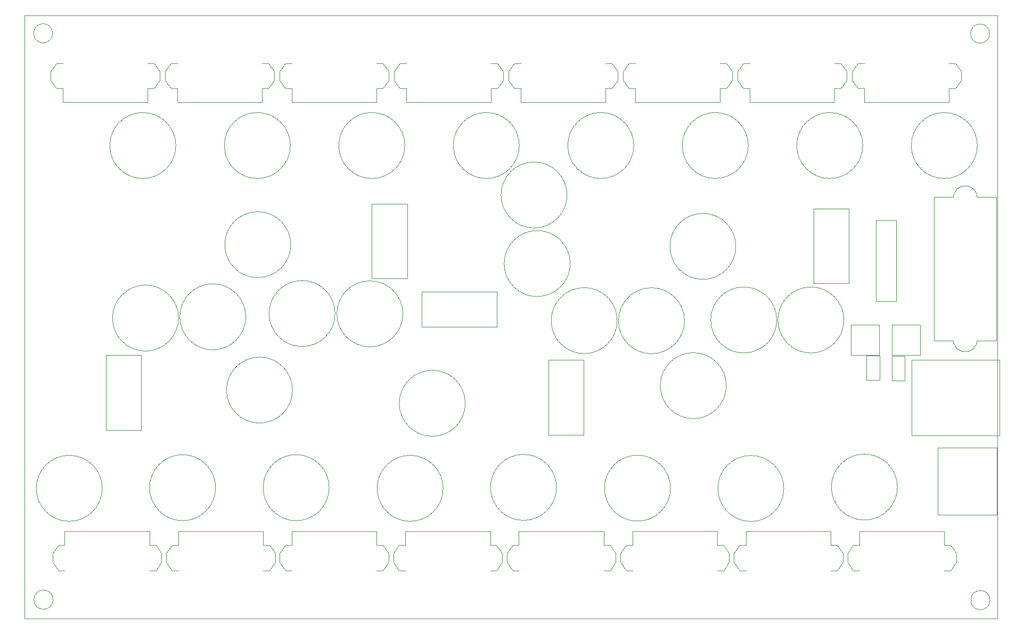
<source format=gbr>
%TF.GenerationSoftware,KiCad,Pcbnew,6.0.2+dfsg-1*%
%TF.CreationDate,2023-04-29T01:12:18-04:00*%
%TF.ProjectId,BFUSB_HUB,42465553-425f-4485-9542-2e6b69636164,rev?*%
%TF.SameCoordinates,Original*%
%TF.FileFunction,Other,User*%
%FSLAX46Y46*%
G04 Gerber Fmt 4.6, Leading zero omitted, Abs format (unit mm)*
G04 Created by KiCad (PCBNEW 6.0.2+dfsg-1) date 2023-04-29 01:12:18*
%MOMM*%
%LPD*%
G01*
G04 APERTURE LIST*
%TA.AperFunction,Profile*%
%ADD10C,0.100000*%
%TD*%
%ADD11C,0.050000*%
G04 APERTURE END LIST*
D10*
X71170000Y-15400000D02*
X225860000Y-15400000D01*
X225860000Y-15400000D02*
X225860000Y-111370000D01*
X225860000Y-111370000D02*
X71170000Y-111370000D01*
X71170000Y-111370000D02*
X71170000Y-15400000D01*
X224595691Y-18325000D02*
G75*
G03*
X224595691Y-18325000I-1520691J0D01*
G01*
X224648975Y-108425000D02*
G75*
G03*
X224648975Y-108425000I-1523975J0D01*
G01*
X75676843Y-108350000D02*
G75*
G03*
X75676843Y-108350000I-1526843J0D01*
G01*
X75620691Y-18275000D02*
G75*
G03*
X75620691Y-18275000I-1520691J0D01*
G01*
D11*
%TO.C,J17*%
X109077857Y-99675000D02*
X109077857Y-97475000D01*
X95577857Y-99675000D02*
X94577857Y-99675000D01*
X93677857Y-100975000D02*
X94577857Y-99675000D01*
X93677857Y-102425000D02*
X94577857Y-103725000D01*
X93677857Y-102425000D02*
X93677857Y-100975000D01*
X110977857Y-100975000D02*
X110977857Y-102425000D01*
X110977857Y-100975000D02*
X110077857Y-99675000D01*
X109077857Y-97475000D02*
X95577857Y-97475000D01*
X109077857Y-99675000D02*
X110077857Y-99675000D01*
X95577857Y-99675000D02*
X95577857Y-97475000D01*
X110977857Y-102425000D02*
X110077857Y-103725000D01*
X109077857Y-103725000D02*
X110077857Y-103725000D01*
X95577857Y-103725000D02*
X94577857Y-103725000D01*
%TO.C,C3*%
X157400000Y-44000000D02*
G75*
G03*
X157400000Y-44000000I-5250000J0D01*
G01*
%TO.C,C2*%
X157900000Y-54900000D02*
G75*
G03*
X157900000Y-54900000I-5250000J0D01*
G01*
%TO.C,C31*%
X83500000Y-90650000D02*
G75*
G03*
X83500000Y-90650000I-5250000J0D01*
G01*
%TO.C,Y5*%
X84100000Y-81375000D02*
X89700000Y-81375000D01*
X84100000Y-69475000D02*
X84100000Y-81375000D01*
X89700000Y-81375000D02*
X89700000Y-69475000D01*
X89700000Y-69475000D02*
X84100000Y-69475000D01*
%TO.C,C28*%
X137700000Y-90650000D02*
G75*
G03*
X137700000Y-90650000I-5250000J0D01*
G01*
%TO.C,D3*%
X213550000Y-64625000D02*
X209050000Y-64625000D01*
X209050000Y-64625000D02*
X209050000Y-69475000D01*
X213550000Y-69475000D02*
X213550000Y-64625000D01*
X209050000Y-69475000D02*
X213550000Y-69475000D01*
%TO.C,J10*%
X202750000Y-24325000D02*
X203650000Y-23025000D01*
X220050000Y-25775000D02*
X219150000Y-27075000D01*
X204650000Y-23025000D02*
X203650000Y-23025000D01*
X218150000Y-27075000D02*
X218150000Y-29275000D01*
X220050000Y-24325000D02*
X220050000Y-25775000D01*
X220050000Y-24325000D02*
X219150000Y-23025000D01*
X204650000Y-29275000D02*
X218150000Y-29275000D01*
X204650000Y-27075000D02*
X203650000Y-27075000D01*
X202750000Y-25775000D02*
X203650000Y-27075000D01*
X204650000Y-27075000D02*
X204650000Y-29275000D01*
X218150000Y-27075000D02*
X219150000Y-27075000D01*
X202750000Y-25775000D02*
X202750000Y-24325000D01*
X218150000Y-23025000D02*
X219150000Y-23025000D01*
%TO.C,C17*%
X113403571Y-36125000D02*
G75*
G03*
X113403571Y-36125000I-5250000J0D01*
G01*
%TO.C,Y2*%
X126375000Y-45400000D02*
X126375000Y-57300000D01*
X126375000Y-57300000D02*
X131975000Y-57300000D01*
X131975000Y-45400000D02*
X126375000Y-45400000D01*
X131975000Y-57300000D02*
X131975000Y-45400000D01*
%TO.C,R1*%
X207075000Y-69565000D02*
X204975000Y-69565000D01*
X207075000Y-73475000D02*
X207075000Y-69565000D01*
X204975000Y-69565000D02*
X204975000Y-73475000D01*
X204975000Y-73475000D02*
X207075000Y-73475000D01*
%TO.C,C7*%
X182725000Y-74325000D02*
G75*
G03*
X182725000Y-74325000I-5250000J0D01*
G01*
%TO.C,C19*%
X149810713Y-36125000D02*
G75*
G03*
X149810713Y-36125000I-5250000J0D01*
G01*
%TO.C,J1*%
X216310000Y-94825000D02*
X225730000Y-94825000D01*
X225730000Y-94825000D02*
X225730000Y-84185000D01*
X216310000Y-84185000D02*
X225730000Y-84185000D01*
X216310000Y-94825000D02*
X216310000Y-84185000D01*
%TO.C,C25*%
X191875000Y-90675000D02*
G75*
G03*
X191875000Y-90675000I-5250000J0D01*
G01*
%TO.C,Y3*%
X202175000Y-46145000D02*
X196575000Y-46145000D01*
X196575000Y-58045000D02*
X202175000Y-58045000D01*
X196575000Y-46145000D02*
X196575000Y-58045000D01*
X202175000Y-58045000D02*
X202175000Y-46145000D01*
%TO.C,J3*%
X92625000Y-25775000D02*
X91725000Y-27075000D01*
X90725000Y-27075000D02*
X90725000Y-29275000D01*
X75325000Y-24325000D02*
X76225000Y-23025000D01*
X77225000Y-29275000D02*
X90725000Y-29275000D01*
X90725000Y-23025000D02*
X91725000Y-23025000D01*
X75325000Y-25775000D02*
X75325000Y-24325000D01*
X75325000Y-25775000D02*
X76225000Y-27075000D01*
X77225000Y-27075000D02*
X77225000Y-29275000D01*
X90725000Y-27075000D02*
X91725000Y-27075000D01*
X92625000Y-24325000D02*
X92625000Y-25775000D01*
X92625000Y-24325000D02*
X91725000Y-23025000D01*
X77225000Y-23025000D02*
X76225000Y-23025000D01*
X77225000Y-27075000D02*
X76225000Y-27075000D01*
%TO.C,Y4*%
X160050000Y-82125000D02*
X160050000Y-70225000D01*
X160050000Y-70225000D02*
X154450000Y-70225000D01*
X154450000Y-70225000D02*
X154450000Y-82125000D01*
X154450000Y-82125000D02*
X160050000Y-82125000D01*
%TO.C,C22*%
X204421426Y-36125000D02*
G75*
G03*
X204421426Y-36125000I-5250000J0D01*
G01*
%TO.C,C27*%
X155725000Y-90500000D02*
G75*
G03*
X155725000Y-90500000I-5250000J0D01*
G01*
%TO.C,C4*%
X184250000Y-52175000D02*
G75*
G03*
X184250000Y-52175000I-5250000J0D01*
G01*
%TO.C,C8*%
X120525000Y-62850000D02*
G75*
G03*
X120525000Y-62850000I-5250000J0D01*
G01*
%TO.C,C26*%
X173850000Y-90625000D02*
G75*
G03*
X173850000Y-90625000I-5250000J0D01*
G01*
%TO.C,C14*%
X106325000Y-63375000D02*
G75*
G03*
X106325000Y-63375000I-5250000J0D01*
G01*
%TO.C,C11*%
X201425000Y-63875000D02*
G75*
G03*
X201425000Y-63875000I-5250000J0D01*
G01*
%TO.C,C10*%
X190750000Y-63875000D02*
G75*
G03*
X190750000Y-63875000I-5250000J0D01*
G01*
%TO.C,C9*%
X131300000Y-62900000D02*
G75*
G03*
X131300000Y-62900000I-5250000J0D01*
G01*
%TO.C,D2*%
X202550000Y-69450000D02*
X207050000Y-69450000D01*
X207050000Y-69450000D02*
X207050000Y-64600000D01*
X202550000Y-64600000D02*
X202550000Y-69450000D01*
X207050000Y-64600000D02*
X202550000Y-64600000D01*
%TO.C,J11*%
X217395000Y-97475000D02*
X203895000Y-97475000D01*
X201995000Y-102425000D02*
X202895000Y-103725000D01*
X217395000Y-103725000D02*
X218395000Y-103725000D01*
X217395000Y-99675000D02*
X217395000Y-97475000D01*
X201995000Y-102425000D02*
X201995000Y-100975000D01*
X203895000Y-99675000D02*
X203895000Y-97475000D01*
X219295000Y-102425000D02*
X218395000Y-103725000D01*
X203895000Y-99675000D02*
X202895000Y-99675000D01*
X201995000Y-100975000D02*
X202895000Y-99675000D01*
X219295000Y-100975000D02*
X219295000Y-102425000D01*
X219295000Y-100975000D02*
X218395000Y-99675000D01*
X217395000Y-99675000D02*
X218395000Y-99675000D01*
X203895000Y-103725000D02*
X202895000Y-103725000D01*
%TO.C,C16*%
X95200000Y-36125000D02*
G75*
G03*
X95200000Y-36125000I-5250000J0D01*
G01*
%TO.C,J8*%
X181742855Y-27075000D02*
X181742855Y-29275000D01*
X166342855Y-25775000D02*
X166342855Y-24325000D01*
X181742855Y-23025000D02*
X182742855Y-23025000D01*
X183642855Y-24325000D02*
X182742855Y-23025000D01*
X181742855Y-27075000D02*
X182742855Y-27075000D01*
X168242855Y-27075000D02*
X167242855Y-27075000D01*
X166342855Y-24325000D02*
X167242855Y-23025000D01*
X183642855Y-24325000D02*
X183642855Y-25775000D01*
X168242855Y-23025000D02*
X167242855Y-23025000D01*
X168242855Y-27075000D02*
X168242855Y-29275000D01*
X168242855Y-29275000D02*
X181742855Y-29275000D01*
X166342855Y-25775000D02*
X167242855Y-27075000D01*
X183642855Y-25775000D02*
X182742855Y-27075000D01*
%TO.C,C6*%
X113750000Y-75025000D02*
G75*
G03*
X113750000Y-75025000I-5250000J0D01*
G01*
%TO.C,J18*%
X91025000Y-103725000D02*
X92025000Y-103725000D01*
X92925000Y-100975000D02*
X92025000Y-99675000D01*
X92925000Y-102425000D02*
X92025000Y-103725000D01*
X91025000Y-99675000D02*
X91025000Y-97475000D01*
X77525000Y-99675000D02*
X76525000Y-99675000D01*
X91025000Y-97475000D02*
X77525000Y-97475000D01*
X75625000Y-100975000D02*
X76525000Y-99675000D01*
X75625000Y-102425000D02*
X76525000Y-103725000D01*
X77525000Y-103725000D02*
X76525000Y-103725000D01*
X92925000Y-100975000D02*
X92925000Y-102425000D01*
X77525000Y-99675000D02*
X77525000Y-97475000D01*
X75625000Y-102425000D02*
X75625000Y-100975000D01*
X91025000Y-99675000D02*
X92025000Y-99675000D01*
%TO.C,C1*%
X141225000Y-77125000D02*
G75*
G03*
X141225000Y-77125000I-5250000J0D01*
G01*
%TO.C,J2*%
X212200000Y-70225000D02*
X212200000Y-82225000D01*
X226200000Y-82225000D02*
X226200000Y-70225000D01*
X226200000Y-70225000D02*
X212200000Y-70225000D01*
X212200000Y-82225000D02*
X226200000Y-82225000D01*
%TO.C,C12*%
X176075000Y-64000000D02*
G75*
G03*
X176075000Y-64000000I-5250000J0D01*
G01*
%TO.C,C23*%
X222625000Y-36125000D02*
G75*
G03*
X222625000Y-36125000I-5250000J0D01*
G01*
%TO.C,C20*%
X168014284Y-36125000D02*
G75*
G03*
X168014284Y-36125000I-5250000J0D01*
G01*
%TO.C,J16*%
X111730714Y-102425000D02*
X112630714Y-103725000D01*
X111730714Y-102425000D02*
X111730714Y-100975000D01*
X127130714Y-97475000D02*
X113630714Y-97475000D01*
X129030714Y-102425000D02*
X128130714Y-103725000D01*
X129030714Y-100975000D02*
X128130714Y-99675000D01*
X127130714Y-99675000D02*
X127130714Y-97475000D01*
X127130714Y-103725000D02*
X128130714Y-103725000D01*
X127130714Y-99675000D02*
X128130714Y-99675000D01*
X111730714Y-100975000D02*
X112630714Y-99675000D01*
X113630714Y-99675000D02*
X113630714Y-97475000D01*
X113630714Y-103725000D02*
X112630714Y-103725000D01*
X129030714Y-100975000D02*
X129030714Y-102425000D01*
X113630714Y-99675000D02*
X112630714Y-99675000D01*
%TO.C,C5*%
X113475000Y-51900000D02*
G75*
G03*
X113475000Y-51900000I-5250000J0D01*
G01*
%TO.C,J14*%
X163236428Y-99675000D02*
X163236428Y-97475000D01*
X163236428Y-103725000D02*
X164236428Y-103725000D01*
X147836428Y-100975000D02*
X148736428Y-99675000D01*
X149736428Y-103725000D02*
X148736428Y-103725000D01*
X163236428Y-97475000D02*
X149736428Y-97475000D01*
X149736428Y-99675000D02*
X148736428Y-99675000D01*
X147836428Y-102425000D02*
X148736428Y-103725000D01*
X165136428Y-100975000D02*
X165136428Y-102425000D01*
X149736428Y-99675000D02*
X149736428Y-97475000D01*
X165136428Y-100975000D02*
X164236428Y-99675000D01*
X165136428Y-102425000D02*
X164236428Y-103725000D01*
X163236428Y-99675000D02*
X164236428Y-99675000D01*
X147836428Y-102425000D02*
X147836428Y-100975000D01*
%TO.C,J6*%
X147235713Y-24325000D02*
X146335713Y-23025000D01*
X129935713Y-25775000D02*
X130835713Y-27075000D01*
X129935713Y-25775000D02*
X129935713Y-24325000D01*
X131835713Y-23025000D02*
X130835713Y-23025000D01*
X131835713Y-27075000D02*
X131835713Y-29275000D01*
X145335713Y-23025000D02*
X146335713Y-23025000D01*
X147235713Y-24325000D02*
X147235713Y-25775000D01*
X145335713Y-27075000D02*
X145335713Y-29275000D01*
X131835713Y-27075000D02*
X130835713Y-27075000D01*
X131835713Y-29275000D02*
X145335713Y-29275000D01*
X145335713Y-27075000D02*
X146335713Y-27075000D01*
X129935713Y-24325000D02*
X130835713Y-23025000D01*
X147235713Y-25775000D02*
X146335713Y-27075000D01*
%TO.C,C24*%
X209925000Y-90450000D02*
G75*
G03*
X209925000Y-90450000I-5250000J0D01*
G01*
%TO.C,D1*%
X209700000Y-48045000D02*
X206500000Y-48045000D01*
X209700000Y-60905000D02*
X209700000Y-48045000D01*
X206500000Y-48045000D02*
X206500000Y-60905000D01*
X206500000Y-60905000D02*
X209700000Y-60905000D01*
%TO.C,C13*%
X165375000Y-63975000D02*
G75*
G03*
X165375000Y-63975000I-5250000J0D01*
G01*
%TO.C,J4*%
X95428571Y-23025000D02*
X94428571Y-23025000D01*
X95428571Y-29275000D02*
X108928571Y-29275000D01*
X110828571Y-24325000D02*
X109928571Y-23025000D01*
X95428571Y-27075000D02*
X95428571Y-29275000D01*
X108928571Y-27075000D02*
X109928571Y-27075000D01*
X93528571Y-24325000D02*
X94428571Y-23025000D01*
X108928571Y-27075000D02*
X108928571Y-29275000D01*
X108928571Y-23025000D02*
X109928571Y-23025000D01*
X93528571Y-25775000D02*
X94428571Y-27075000D01*
X110828571Y-24325000D02*
X110828571Y-25775000D01*
X95428571Y-27075000D02*
X94428571Y-27075000D01*
X110828571Y-25775000D02*
X109928571Y-27075000D01*
X93528571Y-25775000D02*
X93528571Y-24325000D01*
%TO.C,J9*%
X201846426Y-25775000D02*
X200946426Y-27075000D01*
X184546426Y-25775000D02*
X185446426Y-27075000D01*
X186446426Y-27075000D02*
X186446426Y-29275000D01*
X186446426Y-29275000D02*
X199946426Y-29275000D01*
X184546426Y-24325000D02*
X185446426Y-23025000D01*
X184546426Y-25775000D02*
X184546426Y-24325000D01*
X201846426Y-24325000D02*
X200946426Y-23025000D01*
X186446426Y-23025000D02*
X185446426Y-23025000D01*
X201846426Y-24325000D02*
X201846426Y-25775000D01*
X199946426Y-23025000D02*
X200946426Y-23025000D01*
X199946426Y-27075000D02*
X200946426Y-27075000D01*
X199946426Y-27075000D02*
X199946426Y-29275000D01*
X186446426Y-27075000D02*
X185446426Y-27075000D01*
%TO.C,C29*%
X119575000Y-90550000D02*
G75*
G03*
X119575000Y-90550000I-5250000J0D01*
G01*
%TO.C,C21*%
X186217855Y-36125000D02*
G75*
G03*
X186217855Y-36125000I-5250000J0D01*
G01*
%TO.C,J5*%
X113632142Y-29275000D02*
X127132142Y-29275000D01*
X111732142Y-25775000D02*
X112632142Y-27075000D01*
X111732142Y-24325000D02*
X112632142Y-23025000D01*
X127132142Y-23025000D02*
X128132142Y-23025000D01*
X111732142Y-25775000D02*
X111732142Y-24325000D01*
X113632142Y-23025000D02*
X112632142Y-23025000D01*
X129032142Y-25775000D02*
X128132142Y-27075000D01*
X113632142Y-27075000D02*
X113632142Y-29275000D01*
X129032142Y-24325000D02*
X129032142Y-25775000D01*
X127132142Y-27075000D02*
X127132142Y-29275000D01*
X113632142Y-27075000D02*
X112632142Y-27075000D01*
X127132142Y-27075000D02*
X128132142Y-27075000D01*
X129032142Y-24325000D02*
X128132142Y-23025000D01*
%TO.C,J7*%
X150039284Y-27075000D02*
X150039284Y-29275000D01*
X150039284Y-29275000D02*
X163539284Y-29275000D01*
X163539284Y-27075000D02*
X163539284Y-29275000D01*
X163539284Y-27075000D02*
X164539284Y-27075000D01*
X148139284Y-25775000D02*
X149039284Y-27075000D01*
X150039284Y-27075000D02*
X149039284Y-27075000D01*
X165439284Y-24325000D02*
X165439284Y-25775000D01*
X148139284Y-24325000D02*
X149039284Y-23025000D01*
X150039284Y-23025000D02*
X149039284Y-23025000D01*
X148139284Y-25775000D02*
X148139284Y-24325000D01*
X165439284Y-25775000D02*
X164539284Y-27075000D01*
X165439284Y-24325000D02*
X164539284Y-23025000D01*
X163539284Y-23025000D02*
X164539284Y-23025000D01*
%TO.C,R2*%
X211125000Y-69610000D02*
X209025000Y-69610000D01*
X209025000Y-73520000D02*
X211125000Y-73520000D01*
X209025000Y-69610000D02*
X209025000Y-73520000D01*
X211125000Y-73520000D02*
X211125000Y-69610000D01*
%TO.C,C15*%
X95625000Y-63575000D02*
G75*
G03*
X95625000Y-63575000I-5250000J0D01*
G01*
%TO.C,J15*%
X147083571Y-100975000D02*
X146183571Y-99675000D01*
X131683571Y-99675000D02*
X130683571Y-99675000D01*
X129783571Y-102425000D02*
X130683571Y-103725000D01*
X145183571Y-99675000D02*
X146183571Y-99675000D01*
X145183571Y-99675000D02*
X145183571Y-97475000D01*
X147083571Y-100975000D02*
X147083571Y-102425000D01*
X129783571Y-100975000D02*
X130683571Y-99675000D01*
X131683571Y-103725000D02*
X130683571Y-103725000D01*
X129783571Y-102425000D02*
X129783571Y-100975000D01*
X145183571Y-97475000D02*
X131683571Y-97475000D01*
X131683571Y-99675000D02*
X131683571Y-97475000D01*
X145183571Y-103725000D02*
X146183571Y-103725000D01*
X147083571Y-102425000D02*
X146183571Y-103725000D01*
%TO.C,J12*%
X185842142Y-99675000D02*
X185842142Y-97475000D01*
X201242142Y-100975000D02*
X201242142Y-102425000D01*
X183942142Y-100975000D02*
X184842142Y-99675000D01*
X183942142Y-102425000D02*
X183942142Y-100975000D01*
X199342142Y-99675000D02*
X199342142Y-97475000D01*
X199342142Y-99675000D02*
X200342142Y-99675000D01*
X199342142Y-103725000D02*
X200342142Y-103725000D01*
X201242142Y-102425000D02*
X200342142Y-103725000D01*
X185842142Y-99675000D02*
X184842142Y-99675000D01*
X201242142Y-100975000D02*
X200342142Y-99675000D01*
X183942142Y-102425000D02*
X184842142Y-103725000D01*
X199342142Y-97475000D02*
X185842142Y-97475000D01*
X185842142Y-103725000D02*
X184842142Y-103725000D01*
%TO.C,C30*%
X101525000Y-90550000D02*
G75*
G03*
X101525000Y-90550000I-5250000J0D01*
G01*
%TO.C,J13*%
X181289285Y-99675000D02*
X181289285Y-97475000D01*
X165889285Y-100975000D02*
X166789285Y-99675000D01*
X181289285Y-99675000D02*
X182289285Y-99675000D01*
X181289285Y-103725000D02*
X182289285Y-103725000D01*
X183189285Y-100975000D02*
X183189285Y-102425000D01*
X183189285Y-102425000D02*
X182289285Y-103725000D01*
X165889285Y-102425000D02*
X165889285Y-100975000D01*
X165889285Y-102425000D02*
X166789285Y-103725000D01*
X183189285Y-100975000D02*
X182289285Y-99675000D01*
X167789285Y-99675000D02*
X166789285Y-99675000D01*
X167789285Y-103725000D02*
X166789285Y-103725000D01*
X181289285Y-97475000D02*
X167789285Y-97475000D01*
X167789285Y-99675000D02*
X167789285Y-97475000D01*
%TO.C,F1*%
X225625000Y-44275000D02*
X225625000Y-67175000D01*
X215725000Y-67175000D02*
X215725000Y-44275000D01*
X222525000Y-67175000D02*
X225625000Y-67175000D01*
X219425000Y-68475000D02*
X220225000Y-68875000D01*
X219425000Y-42975000D02*
X220225000Y-42575000D01*
X222425000Y-67775000D02*
X222525000Y-67425000D01*
X221125000Y-68875000D02*
X221925000Y-68475000D01*
X218925000Y-43675000D02*
X218825000Y-44025000D01*
X219425000Y-42975000D02*
X218925000Y-43675000D01*
X218825000Y-67425000D02*
X218925000Y-67775000D01*
X218825000Y-67175000D02*
X218825000Y-67425000D01*
X222525000Y-44275000D02*
X222525000Y-44025000D01*
X218925000Y-67775000D02*
X219425000Y-68475000D01*
X218825000Y-44025000D02*
X218825000Y-44275000D01*
X221125000Y-42575000D02*
X221925000Y-42975000D01*
X215725000Y-44275000D02*
X218825000Y-44275000D01*
X221925000Y-68475000D02*
X222425000Y-67775000D01*
X222525000Y-44275000D02*
X225625000Y-44275000D01*
X222525000Y-67175000D02*
X222525000Y-67425000D01*
X222425000Y-43675000D02*
X221925000Y-42975000D01*
X220225000Y-68875000D02*
X221125000Y-68875000D01*
X221125000Y-42575000D02*
X220225000Y-42575000D01*
X218825000Y-67175000D02*
X215725000Y-67175000D01*
X222525000Y-44025000D02*
X222425000Y-43675000D01*
%TO.C,C18*%
X131607142Y-36125000D02*
G75*
G03*
X131607142Y-36125000I-5250000J0D01*
G01*
%TO.C,Y1*%
X146225000Y-59375000D02*
X134325000Y-59375000D01*
X146225000Y-64975000D02*
X146225000Y-59375000D01*
X134325000Y-64975000D02*
X146225000Y-64975000D01*
X134325000Y-59375000D02*
X134325000Y-64975000D01*
%TD*%
M02*

</source>
